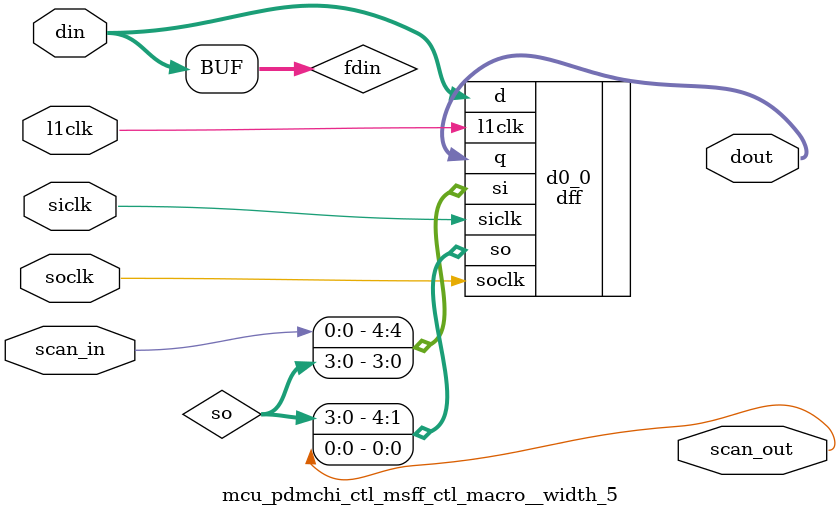
<source format=v>
module mcu_pdmchi_ctl (
  pdmc_pde_pending, 
  pdmc_pdx_pending, 
  pdmc_rank_avail, 
  drq0_pd_mode_rd_incr, 
  drq1_pd_mode_rd_incr, 
  drq0_pd_mode_wr_incr, 
  drq1_pd_mode_wr_incr, 
  drif_pd_mode_scrub_incr, 
  drif_pd_mode_err_incr, 
  woq_pd_mode_wr_err_incr, 
  drq0_pd_mode_rd_decr, 
  drq1_pd_mode_rd_decr, 
  woq_pd_mode_wr_decr, 
  drif_pd_mode_scrub_decr, 
  drif_pd_mode_err_decr, 
  woq_pd_mode_wr_err_decr, 
  drif_pdx_issued, 
  drif_pde_issued, 
  fbdic_l0_state, 
  drif_pdmc_enable, 
  drif_refresh_mode, 
  fbdic_scr_frame_req_d4, 
  dal_reg, 
  ral_reg, 
  l1clk, 
  scan_in, 
  scan_out, 
  tcu_aclk, 
  tcu_bclk, 
  tcu_scan_en);
wire siclk;
wire soclk;
wire se;
wire [2:0] pdmc_pd_cnt_incr;
wire [5:0] pdmc_pd_cnt_decr;
wire [5:0] pdmc_pd_cnt_in;
wire [5:0] pdmc_pd_cnt;
wire ff_pd_cnt_scanin;
wire ff_pd_cnt_scanout;
wire pdmc_pd_cnt_is_zero;
wire [3:0] pdmc_state;
wire inv_pdmc_state_in_0;
wire inv_pdmc_state_0;
wire ff_pdmc_state_scanin;
wire ff_pdmc_state_scanout;
wire pdmc_cke_cnt_is_zero;
wire pdmc_precharge_cnt_is_zero;
wire pdmc_xp_cnt_is_zero;
wire pdmc_cke_reset;
wire [1:0] pdmc_cke_cnt_in;
wire [1:0] pdmc_cke_cnt;
wire ff_cke_cnt_scanin;
wire ff_cke_cnt_scanout;
wire pdmc_xp_reset;
wire [1:0] pdmc_xp_cnt_in;
wire [1:0] pdmc_xp_cnt;
wire ff_xp_cnt_scanin;
wire ff_xp_cnt_scanout;
wire pdmc_precharge_rd_reset;
wire pdmc_precharge_wr_reset;
wire [4:0] pdmc_precharge_cnt_in;
wire [4:0] pdmc_precharge_cnt;
wire ff_precharge_cnt_scanin;
wire ff_precharge_cnt_scanout;


output		pdmc_pde_pending;
output		pdmc_pdx_pending;

output		pdmc_rank_avail;

input		drq0_pd_mode_rd_incr;
input		drq1_pd_mode_rd_incr;
input		drq0_pd_mode_wr_incr;
input		drq1_pd_mode_wr_incr;
input		drif_pd_mode_scrub_incr;
input		drif_pd_mode_err_incr;
input		woq_pd_mode_wr_err_incr;

input		drq0_pd_mode_rd_decr;
input		drq1_pd_mode_rd_decr;
input		woq_pd_mode_wr_decr;
input		drif_pd_mode_scrub_decr;
input		drif_pd_mode_err_decr;
input		woq_pd_mode_wr_err_decr;

input		drif_pdx_issued;
input		drif_pde_issued;

input		fbdic_l0_state;
input		drif_pdmc_enable;
input		drif_refresh_mode;
input		fbdic_scr_frame_req_d4;

input	[4:0]	dal_reg;
input	[4:0]	ral_reg;

input 		l1clk;
input 		scan_in;
output		scan_out;
input 		tcu_aclk;
input		tcu_bclk;
input		tcu_scan_en;

// Clock header connections
assign siclk = tcu_aclk;
assign soclk = tcu_bclk;
assign se = tcu_scan_en;

// Count the number of pending transactions
assign pdmc_pd_cnt_incr[2:0] = {2'h0, drq0_pd_mode_rd_incr} + {2'h0, drq0_pd_mode_wr_incr} + 
			       {2'h0, drq1_pd_mode_rd_incr} + {2'h0, drq1_pd_mode_wr_incr} + 
			       {2'h0, drif_pd_mode_err_incr} + {2'h0, drif_pd_mode_scrub_incr} +
			       {2'h0, woq_pd_mode_wr_err_incr};
assign pdmc_pd_cnt_decr[5:0] = {5'h0, drq0_pd_mode_rd_decr | drq1_pd_mode_rd_decr | 
				      woq_pd_mode_wr_decr | drif_pd_mode_scrub_decr |
				      drif_pd_mode_err_decr | woq_pd_mode_wr_err_decr};

assign pdmc_pd_cnt_in[5:0] = pdmc_pd_cnt[5:0] + {3'h0, pdmc_pd_cnt_incr[2:0]} - pdmc_pd_cnt_decr[5:0];

// 0in overflow -var pdmc_pd_cnt[5:0]
// 0in underflow -var pdmc_pd_cnt[5:0]
mcu_pdmchi_ctl_msff_ctl_macro__width_6 ff_pd_cnt  (
	.scan_in(ff_pd_cnt_scanin),
	.scan_out(ff_pd_cnt_scanout),
	.din(pdmc_pd_cnt_in[5:0]),
	.dout(pdmc_pd_cnt[5:0]),
	.l1clk(l1clk),
  .siclk(siclk),
  .soclk(soclk));

assign pdmc_pd_cnt_is_zero = pdmc_pd_cnt[5:0] == 6'h0 & ~drif_refresh_mode;

reg [3:0] pdmc_state_in;

// 0in one_hot -var pdmc_state[3:0]
always @(pdmc_pd_cnt_is_zero or fbdic_l0_state or drif_pdmc_enable or drif_pde_issued or 
	 drif_pdx_issued or pdmc_state or fbdic_scr_frame_req_d4)  
begin
	pdmc_state_in[3:0] = 4'h0;

	case (1'b1)

	// State 0: In active mode
	pdmc_state[0] : begin
		if (pdmc_pd_cnt_is_zero & fbdic_l0_state & drif_pdmc_enable) 
			pdmc_state_in[1] = 1'b1;
		else
			pdmc_state_in[0] = 1'b1;
	end

	// State 1: Entering power down mode
	pdmc_state[1] : begin
		if (~fbdic_l0_state | ~drif_pdmc_enable | ~pdmc_pd_cnt_is_zero & ~drif_pde_issued | fbdic_scr_frame_req_d4)
			pdmc_state_in[0] = 1'b1;
		else if (drif_pde_issued)
			pdmc_state_in[2] = 1'b1;
		else
			pdmc_state_in[1] = 1'b1;
	end

	// State 2: In power down mode
	pdmc_state[2] : begin
		if (~fbdic_l0_state | fbdic_scr_frame_req_d4)
			pdmc_state_in[0] = 1'b1;
		else if (~pdmc_pd_cnt_is_zero | ~drif_pdmc_enable)
			pdmc_state_in[3] = 1'b1;
		else
			pdmc_state_in[2] = 1'b1;
	end

	// State 3: Exiting power down mode
	pdmc_state[3] : begin
		if (~fbdic_l0_state | drif_pdx_issued | fbdic_scr_frame_req_d4)
			pdmc_state_in[0] = 1'b1;
		else 
			pdmc_state_in[3] = 1'b1;
	end

	default: ;

	endcase

end

assign inv_pdmc_state_in_0 = ~pdmc_state_in[0];
assign pdmc_state[0] = ~inv_pdmc_state_0;
mcu_pdmchi_ctl_msff_ctl_macro__width_4 ff_pdmc_state  (
	.scan_in(ff_pdmc_state_scanin),
	.scan_out(ff_pdmc_state_scanout),
	.din({pdmc_state_in[3:1], inv_pdmc_state_in_0}),
	.dout({pdmc_state[3:1], inv_pdmc_state_0}),
	.l1clk(l1clk),
  .siclk(siclk),
  .soclk(soclk));

assign pdmc_pde_pending = pdmc_state[1] & pdmc_cke_cnt_is_zero & pdmc_precharge_cnt_is_zero;
assign pdmc_pdx_pending = pdmc_state[3] & pdmc_cke_cnt_is_zero;

assign pdmc_rank_avail = pdmc_state[0] & pdmc_xp_cnt_is_zero;

// Make sure CKE is asserted or deasserted for tCKE cycles before changing
assign pdmc_cke_reset = pdmc_state[3] & drif_pdx_issued | pdmc_state[1] & drif_pde_issued;
assign pdmc_cke_cnt_in[1:0] = pdmc_cke_reset ? 2'h3 : pdmc_cke_cnt_is_zero ? 2'h0 : pdmc_cke_cnt[1:0] - 2'h1;
mcu_pdmchi_ctl_msff_ctl_macro__width_2 ff_cke_cnt  (
	.scan_in(ff_cke_cnt_scanin),
	.scan_out(ff_cke_cnt_scanout),
	.din(pdmc_cke_cnt_in[1:0]),
	.dout(pdmc_cke_cnt[1:0]),
	.l1clk(l1clk),
  .siclk(siclk),
  .soclk(soclk));

assign pdmc_cke_cnt_is_zero = pdmc_cke_cnt[1:0] == 2'h0;

// Wait for tXP (precharge power down to any command) before enabling rank
assign pdmc_xp_reset = pdmc_state[3] & drif_pdx_issued;
assign pdmc_xp_cnt_in[1:0] = pdmc_xp_reset ? 2'h2 : pdmc_xp_cnt_is_zero ? 2'h0 : pdmc_xp_cnt[1:0] - 2'h1;
mcu_pdmchi_ctl_msff_ctl_macro__width_2 ff_xp_cnt  (
	.scan_in(ff_xp_cnt_scanin),
	.scan_out(ff_xp_cnt_scanout),
	.din(pdmc_xp_cnt_in[1:0]),
	.dout(pdmc_xp_cnt[1:0]),
	.l1clk(l1clk),
  .siclk(siclk),
  .soclk(soclk));

assign pdmc_xp_cnt_is_zero = pdmc_xp_cnt[1:0] == 2'h0;

// Wait for precharge time after a command is issued before going back to power down mode
assign pdmc_precharge_rd_reset = drq0_pd_mode_rd_decr | drq1_pd_mode_rd_decr | 
				 drif_pd_mode_scrub_decr | drif_pd_mode_err_decr;
assign pdmc_precharge_wr_reset = woq_pd_mode_wr_decr | woq_pd_mode_wr_err_decr;
assign pdmc_precharge_cnt_in[4:0] = pdmc_precharge_rd_reset ? ral_reg[4:0] : 
				    pdmc_precharge_wr_reset ? dal_reg[4:0] :
				    pdmc_precharge_cnt_is_zero ? 5'h0 : pdmc_precharge_cnt[4:0] - 5'h1;
mcu_pdmchi_ctl_msff_ctl_macro__width_5 ff_precharge_cnt  (
	.scan_in(ff_precharge_cnt_scanin),
	.scan_out(ff_precharge_cnt_scanout),
	.din(pdmc_precharge_cnt_in[4:0]),
	.dout(pdmc_precharge_cnt[4:0]),
	.l1clk(l1clk),
  .siclk(siclk),
  .soclk(soclk));

assign pdmc_precharge_cnt_is_zero = pdmc_precharge_cnt[4:0] == 5'h0;

// fixscan start:
assign ff_pd_cnt_scanin          = scan_in                  ;
assign ff_pdmc_state_scanin      = ff_pd_cnt_scanout        ;
assign ff_cke_cnt_scanin         = ff_pdmc_state_scanout    ;
assign ff_xp_cnt_scanin          = ff_cke_cnt_scanout       ;
assign ff_precharge_cnt_scanin   = ff_xp_cnt_scanout        ;
assign scan_out                  = ff_precharge_cnt_scanout ;
// fixscan end:
endmodule






// any PARAMS parms go into naming of macro

module mcu_pdmchi_ctl_msff_ctl_macro__width_6 (
  din, 
  l1clk, 
  scan_in, 
  siclk, 
  soclk, 
  dout, 
  scan_out);
wire [5:0] fdin;
wire [4:0] so;

  input [5:0] din;
  input l1clk;
  input scan_in;


  input siclk;
  input soclk;

  output [5:0] dout;
  output scan_out;
assign fdin[5:0] = din[5:0];






dff #(6)  d0_0 (
.l1clk(l1clk),
.siclk(siclk),
.soclk(soclk),
.d(fdin[5:0]),
.si({scan_in,so[4:0]}),
.so({so[4:0],scan_out}),
.q(dout[5:0])
);












endmodule













// any PARAMS parms go into naming of macro

module mcu_pdmchi_ctl_msff_ctl_macro__width_4 (
  din, 
  l1clk, 
  scan_in, 
  siclk, 
  soclk, 
  dout, 
  scan_out);
wire [3:0] fdin;
wire [2:0] so;

  input [3:0] din;
  input l1clk;
  input scan_in;


  input siclk;
  input soclk;

  output [3:0] dout;
  output scan_out;
assign fdin[3:0] = din[3:0];






dff #(4)  d0_0 (
.l1clk(l1clk),
.siclk(siclk),
.soclk(soclk),
.d(fdin[3:0]),
.si({scan_in,so[2:0]}),
.so({so[2:0],scan_out}),
.q(dout[3:0])
);












endmodule













// any PARAMS parms go into naming of macro

module mcu_pdmchi_ctl_msff_ctl_macro__width_2 (
  din, 
  l1clk, 
  scan_in, 
  siclk, 
  soclk, 
  dout, 
  scan_out);
wire [1:0] fdin;
wire [0:0] so;

  input [1:0] din;
  input l1clk;
  input scan_in;


  input siclk;
  input soclk;

  output [1:0] dout;
  output scan_out;
assign fdin[1:0] = din[1:0];






dff #(2)  d0_0 (
.l1clk(l1clk),
.siclk(siclk),
.soclk(soclk),
.d(fdin[1:0]),
.si({scan_in,so[0:0]}),
.so({so[0:0],scan_out}),
.q(dout[1:0])
);












endmodule













// any PARAMS parms go into naming of macro

module mcu_pdmchi_ctl_msff_ctl_macro__width_5 (
  din, 
  l1clk, 
  scan_in, 
  siclk, 
  soclk, 
  dout, 
  scan_out);
wire [4:0] fdin;
wire [3:0] so;

  input [4:0] din;
  input l1clk;
  input scan_in;


  input siclk;
  input soclk;

  output [4:0] dout;
  output scan_out;
assign fdin[4:0] = din[4:0];






dff #(5)  d0_0 (
.l1clk(l1clk),
.siclk(siclk),
.soclk(soclk),
.d(fdin[4:0]),
.si({scan_in,so[3:0]}),
.so({so[3:0],scan_out}),
.q(dout[4:0])
);












endmodule









</source>
